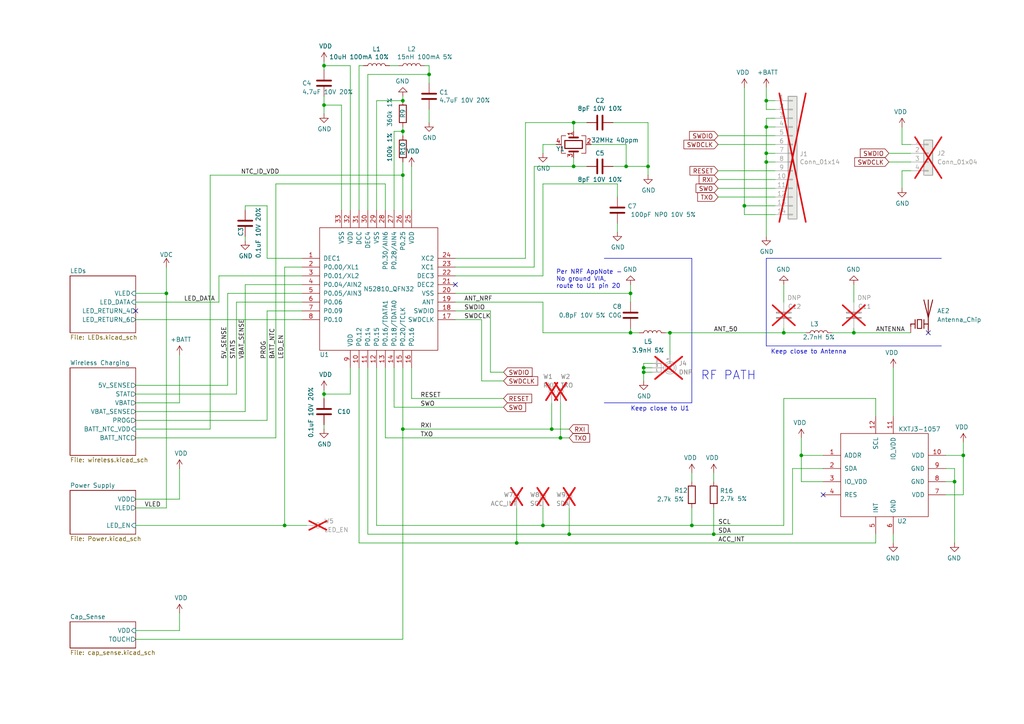
<source format=kicad_sch>
(kicad_sch (version 20231120) (generator "eeschema") (generator_version "8.0")
  (paper "A4")
  (title_block (title "Pixels D6 Schematic, Main") (date "2022-08-26") (rev "3") (company "Systemic Games, LLC") (comment 1 "Main MCU, Accelerometer and RF"))
  (lib_symbols
    (symbol "Connector_Generic:Conn_01x04" (pin_names (offset 1.016) hide)
      (property "Reference" "J" (at 0 5.08 0))
      (property "Value" "Conn_01x04" (at 0 -7.62 0))
      (symbol "Conn_01x04_1_1"
        (rectangle (start -1.27 -4.953) (end 0 -5.207) (stroke (width 0.1524)))
        (rectangle (start -1.27 -2.413) (end 0 -2.667) (stroke (width 0.1524)))
        (rectangle (start -1.27 0.127) (end 0 -0.127) (stroke (width 0.1524)))
        (rectangle (start -1.27 2.667) (end 0 2.413) (stroke (width 0.1524)))
        (rectangle (start -1.27 3.81) (end 1.27 -6.35) (stroke (width 0.254)) (fill (type background)))
        (pin passive line (at -5.08 2.54 0) (length 3.81) (name "Pin_1") (number "1"))
        (pin passive line (at -5.08 0 0) (length 3.81) (name "Pin_2") (number "2"))
        (pin passive line (at -5.08 -2.54 0) (length 3.81) (name "Pin_3") (number "3"))
        (pin passive line (at -5.08 -5.08 0) (length 3.81) (name "Pin_4") (number "4"))
      )
    )
    (symbol "Connector_Generic:Conn_01x14" (pin_names (offset 1.016) hide)
      (property "Reference" "J" (at 0 17.78 0))
      (property "Value" "Conn_01x14" (at 0 -20.32 0))
      (symbol "Conn_01x14_1_1"
        (rectangle (start -1.27 -17.653) (end 0 -17.907) (stroke (width 0.1524)))
        (rectangle (start -1.27 -15.113) (end 0 -15.367) (stroke (width 0.1524)))
        (rectangle (start -1.27 -12.573) (end 0 -12.827) (stroke (width 0.1524)))
        (rectangle (start -1.27 -10.033) (end 0 -10.287) (stroke (width 0.1524)))
        (rectangle (start -1.27 -7.493) (end 0 -7.747) (stroke (width 0.1524)))
        (rectangle (start -1.27 -4.953) (end 0 -5.207) (stroke (width 0.1524)))
        (rectangle (start -1.27 -2.413) (end 0 -2.667) (stroke (width 0.1524)))
        (rectangle (start -1.27 0.127) (end 0 -0.127) (stroke (width 0.1524)))
        (rectangle (start -1.27 2.667) (end 0 2.413) (stroke (width 0.1524)))
        (rectangle (start -1.27 5.207) (end 0 4.953) (stroke (width 0.1524)))
        (rectangle (start -1.27 7.747) (end 0 7.493) (stroke (width 0.1524)))
        (rectangle (start -1.27 10.287) (end 0 10.033) (stroke (width 0.1524)))
        (rectangle (start -1.27 12.827) (end 0 12.573) (stroke (width 0.1524)))
        (rectangle (start -1.27 15.367) (end 0 15.113) (stroke (width 0.1524)))
        (rectangle (start -1.27 16.51) (end 1.27 -19.05) (stroke (width 0.254)) (fill (type background)))
        (pin passive line (at -5.08 15.24 0) (length 3.81) (name "Pin_1") (number "1"))
        (pin passive line (at -5.08 -7.62 0) (length 3.81) (name "Pin_10") (number "10"))
        (pin passive line (at -5.08 -10.16 0) (length 3.81) (name "Pin_11") (number "11"))
        (pin passive line (at -5.08 -12.7 0) (length 3.81) (name "Pin_12") (number "12"))
        (pin passive line (at -5.08 -15.24 0) (length 3.81) (name "Pin_13") (number "13"))
        (pin passive line (at -5.08 -17.78 0) (length 3.81) (name "Pin_14") (number "14"))
        (pin passive line (at -5.08 12.7 0) (length 3.81) (name "Pin_2") (number "2"))
        (pin passive line (at -5.08 10.16 0) (length 3.81) (name "Pin_3") (number "3"))
        (pin passive line (at -5.08 7.62 0) (length 3.81) (name "Pin_4") (number "4"))
        (pin passive line (at -5.08 5.08 0) (length 3.81) (name "Pin_5") (number "5"))
        (pin passive line (at -5.08 2.54 0) (length 3.81) (name "Pin_6") (number "6"))
        (pin passive line (at -5.08 0 0) (length 3.81) (name "Pin_7") (number "7"))
        (pin passive line (at -5.08 -2.54 0) (length 3.81) (name "Pin_8") (number "8"))
        (pin passive line (at -5.08 -5.08 0) (length 3.81) (name "Pin_9") (number "9"))
      )
    )
    (symbol "Device:Antenna_Chip" (pin_numbers hide) (pin_names (offset 1.016) hide)
      (property "Reference" "AE" (at 0 5.08 0))
      (property "Value" "Antenna_Chip" (at 0 3.175 0))
      (symbol "Antenna_Chip_0_1"
        (polyline (pts (xy -2.54 0) (xy -2.54 -0.635)) (stroke (width 0.254)))
        (polyline (pts (xy -2.54 0) (xy -1.27 0)) (stroke (width 0.254)))
        (polyline (pts (xy 1.27 0) (xy 2.54 0)) (stroke (width 0.254)))
        (polyline (pts (xy 1.27 1.27) (xy 1.27 -1.27)) (stroke (width 0.254)))
        (polyline (pts (xy 2.54 -0.635) (xy 2.54 0)))
        (polyline (pts (xy 2.54 6.985) (xy 2.54 -1.905)) (stroke (width 0.254)))
        (polyline (pts (xy -1.27 1.27) (xy -1.27 -1.27) (xy -1.27 0)) (stroke (width 0.254)))
        (polyline (pts (xy 3.81 6.985) (xy 2.54 1.905) (xy 1.27 6.985)) (stroke (width 0.254)))
        (polyline (pts (xy -0.635 1.27) (xy 0.635 1.27) (xy 0.635 -1.27) (xy -0.635 -1.27) (xy -0.635 1.27)) (stroke (width 0.254)))
      )
      (symbol "Antenna_Chip_1_1"
        (pin input line (at -2.54 -2.54 90) (length 2.54) (name "FEED") (number "1"))
        (pin passive line (at 2.54 -2.54 90) (length 2.54) (name "PCB_Trace") (number "2"))
      )
    )
    (symbol "Device:C" (pin_numbers hide) (pin_names (offset 0.254))
      (property "Reference" "C" (at 0.635 2.54 0))
      (property "Value" "C" (at 0.635 -2.54 0))
      (symbol "C_0_1"
        (polyline (pts (xy -2.032 -0.762) (xy 2.032 -0.762)) (stroke (width 0.508)))
        (polyline (pts (xy -2.032 0.762) (xy 2.032 0.762)) (stroke (width 0.508)))
      )
      (symbol "C_1_1"
        (pin passive line (at 0 3.81 270) (length 2.794) (name "~") (number "1"))
        (pin passive line (at 0 -3.81 90) (length 2.794) (name "~") (number "2"))
      )
    )
    (symbol "Device:Crystal_GND24" (pin_names (offset 1.016) hide)
      (property "Reference" "Y" (at 3.175 5.08 0))
      (property "Value" "Crystal_GND24" (at 3.175 3.175 0))
      (symbol "Crystal_GND24_0_1"
        (rectangle (start -1.143 2.54) (end 1.143 -2.54) (stroke (width 0.3048)))
        (polyline (pts (xy -2.54 0) (xy -2.032 0)))
        (polyline (pts (xy -2.032 -1.27) (xy -2.032 1.27)) (stroke (width 0.508)))
        (polyline (pts (xy 0 -3.81) (xy 0 -3.556)))
        (polyline (pts (xy 0 3.556) (xy 0 3.81)))
        (polyline (pts (xy 2.032 -1.27) (xy 2.032 1.27)) (stroke (width 0.508)))
        (polyline (pts (xy 2.032 0) (xy 2.54 0)))
        (polyline (pts (xy -2.54 -2.286) (xy -2.54 -3.556) (xy 2.54 -3.556) (xy 2.54 -2.286)))
        (polyline (pts (xy -2.54 2.286) (xy -2.54 3.556) (xy 2.54 3.556) (xy 2.54 2.286)))
      )
      (symbol "Crystal_GND24_1_1"
        (pin passive line (at -3.81 0 0) (length 1.27) (name "1") (number "1"))
        (pin passive line (at 0 5.08 270) (length 1.27) (name "2") (number "2"))
        (pin passive line (at 3.81 0 180) (length 1.27) (name "3") (number "3"))
        (pin passive line (at 0 -5.08 90) (length 1.27) (name "4") (number "4"))
      )
    )
    (symbol "Device:L" (pin_numbers hide) (pin_names (offset 1.016) hide)
      (property "Reference" "L" (at -1.27 0 90))
      (property "Value" "L" (at 1.905 0 90))
      (symbol "L_0_1"
        (arc (start 0 -2.54) (mid 0.6323 -1.905) (end 0 -1.27))
        (arc (start 0 -1.27) (mid 0.6323 -0.635) (end 0 0))
        (arc (start 0 0) (mid 0.6323 0.635) (end 0 1.27))
        (arc (start 0 1.27) (mid 0.6323 1.905) (end 0 2.54))
      )
      (symbol "L_1_1"
        (pin passive line (at 0 3.81 270) (length 1.27) (name "1") (number "1"))
        (pin passive line (at 0 -3.81 90) (length 1.27) (name "2") (number "2"))
      )
    )
    (symbol "Device:R" (pin_numbers hide) (pin_names (offset 0))
      (property "Reference" "R" (at 2.032 0 90))
      (property "Value" "R" (at 0 0 90))
      (symbol "R_0_1"
        (rectangle (start -1.016 -2.54) (end 1.016 2.54) (stroke (width 0.254)))
      )
      (symbol "R_1_1"
        (pin passive line (at 0 3.81 270) (length 1.27) (name "~") (number "1"))
        (pin passive line (at 0 -3.81 90) (length 1.27) (name "~") (number "2"))
      )
    )
    (symbol "Pixels-dice:KXTJ3-1057" (pin_names (offset 1.016))
      (property "Reference" "U" (at 10.16 -12.7 0))
      (property "Value" "KXTJ3-1057" (at 8.89 13.97 0))
      (symbol "KXTJ3-1057_0_1"
        (rectangle (start -12.7 12.7) (end 12.7 -11.43))
      )
      (symbol "KXTJ3-1057_1_1"
        (pin input line (at -17.78 6.35 0) (length 5.08) (name "ADDR") (number "1"))
        (pin power_in line (at 17.78 6.35 180) (length 5.08) (name "VDD") (number "10"))
        (pin power_in line (at 2.54 17.78 270) (length 5.08) (name "IO_VDD") (number "11"))
        (pin input line (at -2.54 17.78 270) (length 5.08) (name "SCL") (number "12"))
        (pin bidirectional line (at -17.78 2.54 0) (length 5.08) (name "SDA") (number "2"))
        (pin power_in line (at -17.78 -1.27 0) (length 5.08) (name "IO_VDD") (number "3"))
        (pin passive line (at -17.78 -5.08 0) (length 5.08) (name "RES") (number "4"))
        (pin output line (at -2.54 -16.51 90) (length 5.08) (name "INT") (number "5"))
        (pin power_in line (at 2.54 -16.51 90) (length 5.08) (name "GND") (number "6"))
        (pin power_in line (at 17.78 -5.08 180) (length 5.08) (name "VDD") (number "7"))
        (pin power_in line (at 17.78 -1.27 180) (length 5.08) (name "GND") (number "8"))
        (pin power_in line (at 17.78 2.54 180) (length 5.08) (name "GND") (number "9"))
      )
    )
    (symbol "Pixels-dice:N52810_QFN32" (pin_names (offset 1.016))
      (property "Reference" "U" (at 13.97 -19.05 0))
      (property "Value" "N52810_QFN32" (at 2.54 0 0))
      (symbol "N52810_QFN32_0_1"
        (rectangle (start -17.78 17.78) (end 16.51 -17.78))
      )
      (symbol "N52810_QFN32_1_1"
        (pin power_out line (at -22.86 8.89 0) (length 5.08) (name "DEC1") (number "1"))
        (pin bidirectional line (at -6.35 -22.86 90) (length 5.08) (name "P0.12") (number "10"))
        (pin bidirectional line (at -3.81 -22.86 90) (length 5.08) (name "P0.14") (number "11"))
        (pin bidirectional line (at -1.27 -22.86 90) (length 5.08) (name "P0.15") (number "12"))
        (pin bidirectional line (at 1.27 -22.86 90) (length 5.08) (name "P0.16/TDATA1") (number "13"))
        (pin bidirectional line (at 3.81 -22.86 90) (length 5.08) (name "P0.18/TDATA0") (number "14"))
        (pin bidirectional line (at 6.35 -22.86 90) (length 5.08) (name "P0.20/TCLK") (number "15"))
        (pin bidirectional line (at 8.89 -22.86 90) (length 5.08) (name "P0.16") (number "16"))
        (pin bidirectional line (at 21.59 -8.89 180) (length 5.08) (name "SWDCLK") (number "17"))
        (pin bidirectional line (at 21.59 -6.35 180) (length 5.08) (name "SWDIO") (number "18"))
        (pin output line (at 21.59 -3.81 180) (length 5.08) (name "ANT") (number "19"))
        (pin bidirectional line (at -22.86 6.35 0) (length 5.08) (name "P0.00/XL1") (number "2"))
        (pin output line (at 21.59 -1.27 180) (length 5.08) (name "VSS") (number "20"))
        (pin output line (at 21.59 1.27 180) (length 5.08) (name "DEC2") (number "21"))
        (pin output line (at 21.59 3.81 180) (length 5.08) (name "DEC3") (number "22"))
        (pin output line (at 21.59 6.35 180) (length 5.08) (name "XC1") (number "23"))
        (pin input line (at 21.59 8.89 180) (length 5.08) (name "XC2") (number "24"))
        (pin power_in line (at 8.89 22.86 270) (length 5.08) (name "VDD") (number "25"))
        (pin bidirectional line (at 6.35 22.86 270) (length 5.08) (name "P0.25") (number "26"))
        (pin bidirectional line (at 3.81 22.86 270) (length 5.08) (name "P0.28/AIN4") (number "27"))
        (pin bidirectional line (at 1.27 22.86 270) (length 5.08) (name "P0.30/AIN6") (number "28"))
        (pin power_in line (at -1.27 22.86 270) (length 5.08) (name "VSS") (number "29"))
        (pin bidirectional line (at -22.86 3.81 0) (length 5.08) (name "P0.01/XL2") (number "3"))
        (pin output line (at -3.81 22.86 270) (length 5.08) (name "DEC4") (number "30"))
        (pin output line (at -6.35 22.86 270) (length 5.08) (name "DCC") (number "31"))
        (pin power_in line (at -8.89 22.86 270) (length 5.08) (name "VDD") (number "32"))
        (pin power_in line (at -11.43 22.86 270) (length 5.08) (name "VSS") (number "33"))
        (pin bidirectional line (at -22.86 1.27 0) (length 5.08) (name "P0.04/AIN2") (number "4"))
        (pin bidirectional line (at -22.86 -1.27 0) (length 5.08) (name "P0.05/AIN3") (number "5"))
        (pin bidirectional line (at -22.86 -3.81 0) (length 5.08) (name "P0.06") (number "6"))
        (pin bidirectional line (at -22.86 -6.35 0) (length 5.08) (name "P0.09") (number "7"))
        (pin bidirectional line (at -22.86 -8.89 0) (length 5.08) (name "P0.10") (number "8"))
        (pin power_in line (at -8.89 -22.86 90) (length 5.08) (name "VDD") (number "9"))
      )
    )
    (symbol "Pixels-dice:TEST_1P-conn" (pin_numbers hide) (pin_names (offset 0.762) hide) (in_bom no)
      (property "Reference" "W" (at 0 6.858 0))
      (property "Value" "TEST_1P-conn" (at 0 5.08 0))
      (symbol "TEST_1P-conn_0_1"
        (circle (center 0 3.302) (radius 0.762))
      )
      (symbol "TEST_1P-conn_1_1"
        (pin passive line (at 0 0 90) (length 2.54) (name "1") (number "1"))
      )
    )
    (symbol "Pixels-dice:W.FL"
      (property "Reference" "J" (at 3.81 -1.27 0))
      (property "Value" "W.FL" (at 4.445 1.27 0))
      (symbol "W.FL_0_1"
        (polyline (pts (xy -1.27 -2.54) (xy 1.27 -2.54)))
        (polyline (pts (xy 0 -2.54) (xy 0 -1.905)))
        (circle (center 0 0) (radius 1.27))
        (circle (center 0 0) (radius 1.7961))
      )
      (symbol "W.FL_1_1"
        (pin passive line (at 1.27 -5.08 90) (length 2.54) (name "") (number "1"))
        (pin passive line (at -1.27 -5.08 90) (length 2.54) (name "") (number "2"))
        (pin passive line (at 0 -5.08 90) (length 2.54) (name "") (number "3"))
        (pin passive line (at -3.81 0 0) (length 2.54) (name "RF") (number "4"))
      )
    )
    (symbol "TEST_1P-conn_1" (pin_numbers hide) (pin_names (offset 0.762) hide) (in_bom no)
      (property "Reference" "W" (at 0 6.858 0))
      (property "Value" "TEST_1P-conn_1" (at 0 5.08 0))
      (symbol "TEST_1P-conn_1_0_1"
        (circle (center 0 3.302) (radius 0.762))
      )
      (symbol "TEST_1P-conn_1_1_1"
        (pin passive line (at 0 0 90) (length 2.54) (name "1") (number "1"))
      )
    )
    (symbol "TEST_1P-conn_2" (pin_numbers hide) (pin_names (offset 0.762) hide) (in_bom no)
      (property "Reference" "W" (at 0 6.858 0))
      (property "Value" "TEST_1P-conn_2" (at 0 5.08 0))
      (symbol "TEST_1P-conn_2_0_1"
        (circle (center 0 3.302) (radius 0.762))
      )
      (symbol "TEST_1P-conn_2_1_1"
        (pin passive line (at 0 0 90) (length 2.54) (name "1") (number "1"))
      )
    )
    (symbol "TEST_1P-conn_3" (pin_numbers hide) (pin_names (offset 0.762) hide) (in_bom no)
      (property "Reference" "W" (at 0 6.858 0))
      (property "Value" "TEST_1P-conn_3" (at 0 5.08 0))
      (symbol "TEST_1P-conn_3_0_1"
        (circle (center 0 3.302) (radius 0.762))
      )
      (symbol "TEST_1P-conn_3_1_1"
        (pin passive line (at 0 0 90) (length 2.54) (name "1") (number "1"))
      )
    )
    (symbol "TEST_1P-conn_4" (pin_numbers hide) (pin_names (offset 0.762) hide) (in_bom no)
      (property "Reference" "W" (at 0 6.858 0))
      (property "Value" "TEST_1P-conn_4" (at 0 5.08 0))
      (symbol "TEST_1P-conn_4_0_1"
        (circle (center 0 3.302) (radius 0.762))
      )
      (symbol "TEST_1P-conn_4_1_1"
        (pin passive line (at 0 0 90) (length 2.54) (name "1") (number "1"))
      )
    )
    (symbol "TEST_1P-conn_5" (pin_numbers hide) (pin_names (offset 0.762) hide) (in_bom no)
      (property "Reference" "W" (at 0 6.858 0))
      (property "Value" "TEST_1P-conn_5" (at 0 5.08 0))
      (symbol "TEST_1P-conn_5_0_1"
        (circle (center 0 3.302) (radius 0.762))
      )
      (symbol "TEST_1P-conn_5_1_1"
        (pin passive line (at 0 0 90) (length 2.54) (name "1") (number "1"))
      )
    )
    (symbol "power:+BATT" (power) (pin_names (offset 0))
      (property "Value" "+BATT" (at 0 3.556 0))
      (symbol "+BATT_0_1"
        (polyline (pts (xy -0.762 1.27) (xy 0 2.54)))
        (polyline (pts (xy 0 0) (xy 0 2.54)))
        (polyline (pts (xy 0 2.54) (xy 0.762 1.27)))
      )
      (symbol "+BATT_1_1"
        (pin power_in line (at 0 0 90) (length 0) hide (name "+BATT") (number "1"))
      )
    )
    (symbol "power:GND" (power) (pin_names (offset 0))
      (property "Value" "GND" (at 0 -3.81 0))
      (symbol "GND_0_1"
        (polyline (pts (xy 0 0) (xy 0 -1.27) (xy 1.27 -1.27) (xy 0 -2.54) (xy -1.27 -1.27) (xy 0 -1.27)))
      )
      (symbol "GND_1_1"
        (pin power_in line (at 0 0 270) (length 0) hide (name "GND") (number "1"))
      )
    )
    (symbol "power:VDC" (power) (pin_names (offset 0))
      (property "Value" "VDC" (at 0 6.35 0))
      (symbol "VDC_0_1"
        (polyline (pts (xy -0.762 1.27) (xy 0 2.54)))
        (polyline (pts (xy 0 0) (xy 0 2.54)))
        (polyline (pts (xy 0 2.54) (xy 0.762 1.27)))
      )
      (symbol "VDC_1_1"
        (pin power_in line (at 0 0 90) (length 0) hide (name "VDC") (number "1"))
      )
    )
    (symbol "power:VDD" (power) (pin_names (offset 0))
      (property "Value" "VDD" (at 0 3.81 0))
      (symbol "VDD_0_1"
        (polyline (pts (xy -0.762 1.27) (xy 0 2.54)))
        (polyline (pts (xy 0 0) (xy 0 2.54)))
        (polyline (pts (xy 0 2.54) (xy 0.762 1.27)))
      )
      (symbol "VDD_1_1"
        (pin power_in line (at 0 0 90) (length 0) hide (name "VDD") (number "1"))
      )
    )
  )
  (junction (at 279.4 132.08))
  (junction (at 227.33 96.52))
  (junction (at 181.61 48.26))
  (junction (at 276.86 139.7))
  (junction (at 93.98 30.48))
  (junction (at 116.84 50.8))
  (junction (at 93.98 19.05))
  (junction (at 194.31 96.52))
  (junction (at 116.84 38.1))
  (junction (at 186.69 106.68))
  (junction (at 166.37 48.26))
  (junction (at 149.86 157.48))
  (junction (at 116.84 124.46))
  (junction (at 165.1 154.94))
  (junction (at 207.01 154.94))
  (junction (at 222.25 36.83))
  (junction (at 93.98 114.3))
  (junction (at 182.88 85.09))
  (junction (at 82.55 152.4))
  (junction (at 222.25 44.45))
  (junction (at 116.84 29.21))
  (junction (at 222.25 29.21))
  (junction (at 187.96 48.26))
  (junction (at 222.25 46.99))
  (junction (at 48.26 85.09))
  (junction (at 162.56 127))
  (junction (at 124.46 21.59))
  (junction (at 232.41 132.08))
  (junction (at 215.9 59.69))
  (junction (at 157.48 152.4))
  (junction (at 182.88 96.52))
  (junction (at 186.69 107.95))
  (junction (at 160.02 124.46))
  (junction (at 200.66 152.4))
  (junction (at 166.37 35.56))
  (junction (at 247.65 96.52))
  (no_connect (at 132.08 82.55))
  (no_connect (at 238.76 143.51))
  (no_connect (at 269.24 96.52))
  (no_connect (at 39.37 90.17))
  (wire (pts (xy 99.06 30.48) (xy 93.98 30.48)))
  (wire (pts (xy 99.06 60.96) (xy 99.06 30.48)))
  (wire (pts (xy 222.25 34.29) (xy 222.25 36.83)))
  (wire (pts (xy 207.01 137.16) (xy 207.01 139.7)))
  (wire (pts (xy 193.04 96.52) (xy 194.31 96.52)))
  (wire (pts (xy 60.96 50.8) (xy 60.96 124.46)))
  (wire (pts (xy 149.86 147.32) (xy 149.86 157.48)))
  (wire (pts (xy 39.37 182.88) (xy 52.07 182.88)))
  (wire (pts (xy 109.22 29.21) (xy 109.22 60.96)))
  (wire (pts (xy 181.61 41.91) (xy 181.61 48.26)))
  (wire (pts (xy 52.07 182.88) (xy 52.07 177.8)))
  (wire (pts (xy 154.94 77.47) (xy 154.94 48.26)))
  (wire (pts (xy 93.98 19.05) (xy 93.98 20.32)))
  (wire (pts (xy 232.41 139.7) (xy 232.41 132.08)))
  (wire (pts (xy 279.4 143.51) (xy 274.32 143.51)))
  (wire (pts (xy 101.6 19.05) (xy 93.98 19.05)))
  (wire (pts (xy 177.8 48.26) (xy 181.61 48.26)))
  (wire (pts (xy 157.48 80.01) (xy 132.08 80.01)))
  (wire (pts (xy 139.7 110.49) (xy 146.05 110.49)))
  (wire (pts (xy 132.08 74.93) (xy 152.4 74.93)))
  (wire (pts (xy 238.76 135.89) (xy 229.87 135.89)))
  (wire (pts (xy 106.68 154.94) (xy 106.68 106.68)))
  (wire (pts (xy 261.62 49.53) (xy 264.16 49.53)))
  (wire (pts (xy 207.01 147.32) (xy 207.01 154.94)))
  (wire (pts (xy 241.3 96.52) (xy 247.65 96.52)))
  (wire (pts (xy 257.81 46.99) (xy 264.16 46.99)))
  (wire (pts (xy 189.23 106.68) (xy 186.69 106.68)))
  (wire (pts (xy 187.96 35.56) (xy 187.96 48.26)))
  (wire (pts (xy 224.79 46.99) (xy 222.25 46.99)))
  (wire (pts (xy 160.02 124.46) (xy 165.1 124.46)))
  (wire (pts (xy 166.37 35.56) (xy 170.18 35.56)))
  (wire (pts (xy 259.08 154.94) (xy 259.08 157.48)))
  (wire (pts (xy 39.37 114.3) (xy 68.58 114.3)))
  (wire (pts (xy 208.28 41.91) (xy 224.79 41.91)))
  (wire (pts (xy 39.37 147.32) (xy 48.26 147.32)))
  (wire (pts (xy 215.9 59.69) (xy 215.9 62.23)))
  (wire (pts (xy 116.84 124.46) (xy 116.84 106.68)))
  (wire (pts (xy 68.58 87.63) (xy 68.58 114.3)))
  (wire (pts (xy 162.56 127) (xy 165.1 127)))
  (wire (pts (xy 80.01 53.34) (xy 111.76 53.34)))
  (wire (pts (xy 111.76 53.34) (xy 111.76 60.96)))
  (wire (pts (xy 124.46 31.75) (xy 124.46 35.56)))
  (wire (pts (xy 39.37 111.76) (xy 66.04 111.76)))
  (wire (pts (xy 93.98 114.3) (xy 93.98 115.57)))
  (wire (pts (xy 149.86 157.48) (xy 254 157.48)))
  (wire (pts (xy 224.79 59.69) (xy 215.9 59.69)))
  (wire (pts (xy 274.32 139.7) (xy 276.86 139.7)))
  (wire (pts (xy 152.4 74.93) (xy 152.4 35.56)))
  (wire (pts (xy 132.08 90.17) (xy 142.24 90.17)))
  (wire (pts (xy 186.69 107.95) (xy 186.69 110.49)))
  (wire (pts (xy 114.3 106.68) (xy 114.3 118.11)))
  (wire (pts (xy 109.22 106.68) (xy 109.22 152.4)))
  (wire (pts (xy 101.6 60.96) (xy 101.6 19.05)))
  (wire (pts (xy 39.37 87.63) (xy 63.5 87.63)))
  (wire (pts (xy 254 120.65) (xy 254 115.57)))
  (wire (pts (xy 222.25 31.75) (xy 224.79 31.75)))
  (wire (pts (xy 93.98 114.3) (xy 93.98 113.03)))
  (wire (pts (xy 182.88 96.52) (xy 185.42 96.52)))
  (wire (pts (xy 142.24 107.95) (xy 146.05 107.95)))
  (wire (pts (xy 222.25 29.21) (xy 222.25 31.75)))
  (wire (pts (xy 161.29 41.91) (xy 157.48 41.91)))
  (wire (pts (xy 182.88 85.09) (xy 182.88 87.63)))
  (wire (pts (xy 160.02 116.84) (xy 160.02 124.46)))
  (wire (pts (xy 39.37 127) (xy 80.01 127)))
  (wire (pts (xy 222.25 44.45) (xy 222.25 46.99)))
  (wire (pts (xy 52.07 144.78) (xy 52.07 135.89)))
  (wire (pts (xy 66.04 85.09) (xy 87.63 85.09)))
  (wire (pts (xy 104.14 19.05) (xy 104.14 60.96)))
  (wire (pts (xy 114.3 38.1) (xy 114.3 60.96)))
  (wire (pts (xy 123.19 19.05) (xy 124.46 19.05)))
  (wire (pts (xy 124.46 21.59) (xy 106.68 21.59)))
  (wire (pts (xy 165.1 154.94) (xy 207.01 154.94)))
  (wire (pts (xy 208.28 49.53) (xy 224.79 49.53)))
  (wire (pts (xy 232.41 132.08) (xy 238.76 132.08)))
  (wire (pts (xy 194.31 96.52) (xy 194.31 102.87)))
  (wire (pts (xy 186.69 106.68) (xy 186.69 107.95)))
  (wire (pts (xy 177.8 35.56) (xy 187.96 35.56)))
  (wire (pts (xy 227.33 95.25) (xy 227.33 96.52)))
  (wire (pts (xy 222.25 36.83) (xy 222.25 44.45)))
  (polyline (pts (xy 222.25 74.93) (xy 222.25 100.33)))
  (wire (pts (xy 39.37 85.09) (xy 48.26 85.09)))
  (wire (pts (xy 274.32 135.89) (xy 276.86 135.89)))
  (wire (pts (xy 279.4 132.08) (xy 279.4 143.51)))
  (wire (pts (xy 114.3 38.1) (xy 116.84 38.1)))
  (wire (pts (xy 261.62 41.91) (xy 264.16 41.91)))
  (wire (pts (xy 132.08 85.09) (xy 182.88 85.09)))
  (polyline (pts (xy 200.66 74.93) (xy 200.66 116.84)))
  (wire (pts (xy 257.81 44.45) (xy 264.16 44.45)))
  (wire (pts (xy 182.88 95.25) (xy 182.88 96.52)))
  (wire (pts (xy 154.94 48.26) (xy 166.37 48.26)))
  (wire (pts (xy 66.04 85.09) (xy 66.04 111.76)))
  (wire (pts (xy 261.62 36.83) (xy 261.62 41.91)))
  (wire (pts (xy 232.41 132.08) (xy 232.41 127)))
  (wire (pts (xy 101.6 114.3) (xy 93.98 114.3)))
  (wire (pts (xy 157.48 87.63) (xy 157.48 96.52)))
  (wire (pts (xy 189.23 107.95) (xy 186.69 107.95)))
  (wire (pts (xy 116.84 50.8) (xy 116.84 60.96)))
  (wire (pts (xy 111.76 127) (xy 162.56 127)))
  (wire (pts (xy 116.84 185.42) (xy 39.37 185.42)))
  (wire (pts (xy 227.33 115.57) (xy 227.33 152.4)))
  (wire (pts (xy 276.86 139.7) (xy 276.86 157.48)))
  (wire (pts (xy 82.55 77.47) (xy 82.55 152.4)))
  (wire (pts (xy 189.23 105.41) (xy 186.69 105.41)))
  (wire (pts (xy 200.66 137.16) (xy 200.66 139.7)))
  (wire (pts (xy 88.9 152.4) (xy 82.55 152.4)))
  (wire (pts (xy 222.25 34.29) (xy 224.79 34.29)))
  (wire (pts (xy 166.37 48.26) (xy 170.18 48.26)))
  (wire (pts (xy 132.08 87.63) (xy 157.48 87.63)))
  (wire (pts (xy 215.9 62.23) (xy 224.79 62.23)))
  (wire (pts (xy 222.25 46.99) (xy 222.25 68.58)))
  (wire (pts (xy 116.84 124.46) (xy 160.02 124.46)))
  (wire (pts (xy 179.07 53.34) (xy 179.07 57.15)))
  (wire (pts (xy 116.84 27.94) (xy 116.84 29.21)))
  (wire (pts (xy 119.38 106.68) (xy 119.38 115.57)))
  (wire (pts (xy 227.33 96.52) (xy 233.68 96.52)))
  (wire (pts (xy 261.62 49.53) (xy 261.62 54.61)))
  (wire (pts (xy 208.28 57.15) (xy 224.79 57.15)))
  (wire (pts (xy 157.48 152.4) (xy 200.66 152.4)))
  (wire (pts (xy 152.4 35.56) (xy 166.37 35.56)))
  (wire (pts (xy 63.5 80.01) (xy 87.63 80.01)))
  (wire (pts (xy 182.88 82.55) (xy 182.88 85.09)))
  (wire (pts (xy 39.37 144.78) (xy 52.07 144.78)))
  (wire (pts (xy 39.37 119.38) (xy 71.12 119.38)))
  (wire (pts (xy 124.46 19.05) (xy 124.46 21.59)))
  (wire (pts (xy 48.26 85.09) (xy 48.26 147.32)))
  (wire (pts (xy 82.55 77.47) (xy 87.63 77.47)))
  (wire (pts (xy 200.66 152.4) (xy 227.33 152.4)))
  (wire (pts (xy 106.68 154.94) (xy 165.1 154.94)))
  (wire (pts (xy 119.38 48.26) (xy 119.38 60.96)))
  (wire (pts (xy 82.55 152.4) (xy 39.37 152.4)))
  (wire (pts (xy 208.28 54.61) (xy 224.79 54.61)))
  (wire (pts (xy 116.84 46.99) (xy 116.84 50.8)))
  (wire (pts (xy 104.14 19.05) (xy 105.41 19.05)))
  (wire (pts (xy 77.47 90.17) (xy 87.63 90.17)))
  (wire (pts (xy 247.65 95.25) (xy 247.65 96.52)))
  (wire (pts (xy 39.37 92.71) (xy 87.63 92.71)))
  (wire (pts (xy 104.14 157.48) (xy 149.86 157.48)))
  (wire (pts (xy 139.7 92.71) (xy 139.7 110.49)))
  (wire (pts (xy 77.47 74.93) (xy 87.63 74.93)))
  (wire (pts (xy 171.45 41.91) (xy 181.61 41.91)))
  (wire (pts (xy 93.98 19.05) (xy 93.98 17.78)))
  (wire (pts (xy 39.37 124.46) (xy 60.96 124.46)))
  (polyline (pts (xy 222.25 74.93) (xy 273.05 74.93)))
  (wire (pts (xy 93.98 30.48) (xy 93.98 33.02)))
  (wire (pts (xy 39.37 121.92) (xy 77.47 121.92)))
  (polyline (pts (xy 175.26 116.84) (xy 200.66 116.84)))
  (wire (pts (xy 157.48 96.52) (xy 182.88 96.52)))
  (wire (pts (xy 48.26 85.09) (xy 48.26 77.47)))
  (wire (pts (xy 227.33 82.55) (xy 227.33 87.63)))
  (wire (pts (xy 132.08 92.71) (xy 139.7 92.71)))
  (wire (pts (xy 194.31 96.52) (xy 227.33 96.52)))
  (wire (pts (xy 165.1 147.32) (xy 165.1 154.94)))
  (wire (pts (xy 229.87 135.89) (xy 229.87 154.94)))
  (wire (pts (xy 224.79 44.45) (xy 222.25 44.45)))
  (wire (pts (xy 71.12 68.58) (xy 71.12 69.85)))
  (wire (pts (xy 146.05 115.57) (xy 119.38 115.57)))
  (wire (pts (xy 116.84 38.1) (xy 116.84 39.37)))
  (wire (pts (xy 222.25 25.4) (xy 222.25 29.21)))
  (wire (pts (xy 162.56 116.84) (xy 162.56 127)))
  (wire (pts (xy 157.48 147.32) (xy 157.48 152.4)))
  (wire (pts (xy 77.47 59.69) (xy 71.12 59.69)))
  (wire (pts (xy 247.65 96.52) (xy 264.16 96.52)))
  (wire (pts (xy 142.24 90.17) (xy 142.24 107.95)))
  (wire (pts (xy 109.22 29.21) (xy 116.84 29.21)))
  (wire (pts (xy 186.69 105.41) (xy 186.69 106.68)))
  (wire (pts (xy 279.4 128.27) (xy 279.4 132.08)))
  (wire (pts (xy 93.98 27.94) (xy 93.98 30.48)))
  (wire (pts (xy 157.48 53.34) (xy 157.48 80.01)))
  (wire (pts (xy 254 154.94) (xy 254 157.48)))
  (wire (pts (xy 106.68 21.59) (xy 106.68 60.96)))
  (wire (pts (xy 181.61 48.26) (xy 187.96 48.26)))
  (wire (pts (xy 116.84 124.46) (xy 116.84 185.42)))
  (wire (pts (xy 77.47 74.93) (xy 77.47 59.69)))
  (wire (pts (xy 207.01 154.94) (xy 229.87 154.94)))
  (wire (pts (xy 116.84 36.83) (xy 116.84 38.1)))
  (wire (pts (xy 63.5 87.63) (xy 63.5 80.01)))
  (wire (pts (xy 80.01 53.34) (xy 80.01 127)))
  (wire (pts (xy 39.37 116.84) (xy 52.07 116.84)))
  (wire (pts (xy 247.65 82.55) (xy 247.65 87.63)))
  (wire (pts (xy 104.14 106.68) (xy 104.14 157.48)))
  (wire (pts (xy 179.07 64.77) (xy 179.07 67.31)))
  (wire (pts (xy 157.48 41.91) (xy 157.48 44.45)))
  (wire (pts (xy 68.58 87.63) (xy 87.63 87.63)))
  (wire (pts (xy 113.03 19.05) (xy 115.57 19.05)))
  (wire (pts (xy 187.96 48.26) (xy 187.96 50.8)))
  (wire (pts (xy 166.37 45.72) (xy 166.37 48.26)))
  (wire (pts (xy 208.28 39.37) (xy 224.79 39.37)))
  (wire (pts (xy 166.37 38.1) (xy 166.37 35.56)))
  (wire (pts (xy 279.4 132.08) (xy 274.32 132.08)))
  (wire (pts (xy 254 115.57) (xy 227.33 115.57)))
  (wire (pts (xy 179.07 53.34) (xy 157.48 53.34)))
  (wire (pts (xy 238.76 139.7) (xy 232.41 139.7)))
  (polyline (pts (xy 222.25 100.33) (xy 273.05 100.33)))
  (wire (pts (xy 146.05 118.11) (xy 114.3 118.11)))
  (wire (pts (xy 71.12 59.69) (xy 71.12 60.96)))
  (wire (pts (xy 224.79 36.83) (xy 222.25 36.83)))
  (wire (pts (xy 77.47 121.92) (xy 77.47 90.17)))
  (wire (pts (xy 111.76 127) (xy 111.76 106.68)))
  (wire (pts (xy 71.12 82.55) (xy 87.63 82.55)))
  (wire (pts (xy 71.12 82.55) (xy 71.12 119.38)))
  (wire (pts (xy 215.9 25.4) (xy 215.9 59.69)))
  (wire (pts (xy 276.86 135.89) (xy 276.86 139.7)))
  (wire (pts (xy 259.08 106.68) (xy 259.08 120.65)))
  (wire (pts (xy 222.25 29.21) (xy 224.79 29.21)))
  (wire (pts (xy 132.08 77.47) (xy 154.94 77.47)))
  (wire (pts (xy 200.66 147.32) (xy 200.66 152.4)))
  (wire (pts (xy 101.6 106.68) (xy 101.6 114.3)))
  (wire (pts (xy 52.07 102.87) (xy 52.07 116.84)))
  (wire (pts (xy 116.84 50.8) (xy 60.96 50.8)))
  (polyline (pts (xy 175.26 74.93) (xy 200.66 74.93)))
  (wire (pts (xy 208.28 52.07) (xy 224.79 52.07)))
  (wire (pts (xy 124.46 21.59) (xy 124.46 24.13)))
  (wire (pts (xy 109.22 152.4) (xy 157.48 152.4)))
  (wire (pts (xy 93.98 123.19) (xy 93.98 124.46)))
  (text "Per NRF AppNote -\nNo ground VIA,\nroute to U1 pin 20" (at 161.29 83.82 0) (effects (font (size 1.27 1.27)) (justify left bottom)))
  (text "Keep close to U1" (at 182.88 119.38 0) (effects (font (size 1.27 1.27)) (justify left bottom)))
  (text "Keep close to Antenna" (at 223.52 102.87 0) (effects (font (size 1.27 1.27)) (justify left bottom)))
  (text "RF PATH" (at 203.2 110.49 0) (effects (font (size 2.54 2.54)) (justify left bottom)))
  (label "BATT_NTC" (at 80.01 104.14 90))
  (label "ANTENNA" (at 254 96.52 0))
  (label "TXO" (at 121.92 127 0))
  (label "PROG" (at 77.47 104.14 90))
  (label "ACC_INT" (at 208.28 157.48 0))
  (label "ANT_NRF" (at 134.62 87.63 0))
  (label "SWDCLK" (at 134.62 92.71 0))
  (label "VBAT_SENSE" (at 71.12 104.14 90))
  (label "5V_SENSE" (at 66.04 104.14 90))
  (label "SDA" (at 208.28 154.94 0))
  (label "LED_EN" (at 82.55 104.14 90))
  (label "RXI" (at 121.92 124.46 0))
  (label "SWDIO" (at 134.62 90.17 0))
  (label "SWO" (at 121.92 118.11 0))
  (label "ANT_50" (at 207.01 96.52 0))
  (label "NTC_ID_VDD" (at 69.85 50.8 0))
  (label "LED_DATA" (at 53.34 87.63 0))
  (label "RESET" (at 121.92 115.57 0))
  (label "SCL" (at 208.28 152.4 0))
  (label "VLED" (at 41.91 147.32 0))
  (label "STATS" (at 68.58 104.14 90))
  (global_label "TXO" (shape input) (at 165.1 127 0) (property "Intersheetrefs" "${INTERSHEET_REFS}" (effects (hide yes))))
  (global_label "RESET" (shape input) (at 208.28 49.53 180) (property "Intersheetrefs" "${INTERSHEET_REFS}" (effects (hide yes))))
  (global_label "SWDIO" (shape input) (at 146.05 107.95 0) (property "Intersheetrefs" "${INTERSHEET_REFS}" (effects (hide yes))))
  (global_label "RXI" (shape input) (at 208.28 52.07 180) (property "Intersheetrefs" "${INTERSHEET_REFS}" (effects (hide yes))))
  (global_label "SWDCLK" (shape input) (at 257.81 46.99 180) (property "Intersheetrefs" "${INTERSHEET_REFS}" (effects (hide yes))))
  (global_label "SWO" (shape input) (at 146.05 118.11 0) (property "Intersheetrefs" "${INTERSHEET_REFS}" (effects (hide yes))))
  (global_label "SWDCLK" (shape input) (at 146.05 110.49 0) (property "Intersheetrefs" "${INTERSHEET_REFS}" (effects (hide yes))))
  (global_label "TXO" (shape input) (at 208.28 57.15 180) (property "Intersheetrefs" "${INTERSHEET_REFS}" (effects (hide yes))))
  (global_label "RESET" (shape input) (at 146.05 115.57 0) (property "Intersheetrefs" "${INTERSHEET_REFS}" (effects (hide yes))))
  (global_label "SWDIO" (shape input) (at 257.81 44.45 180) (property "Intersheetrefs" "${INTERSHEET_REFS}" (effects (hide yes))))
  (global_label "SWO" (shape input) (at 208.28 54.61 180) (property "Intersheetrefs" "${INTERSHEET_REFS}" (effects (hide yes))))
  (global_label "RXI" (shape input) (at 165.1 124.46 0) (property "Intersheetrefs" "${INTERSHEET_REFS}" (effects (hide yes))))
  (global_label "SWDCLK" (shape input) (at 208.28 41.91 180) (property "Intersheetrefs" "${INTERSHEET_REFS}" (effects (hide yes))))
  (global_label "SWDIO" (shape input) (at 208.28 39.37 180) (property "Intersheetrefs" "${INTERSHEET_REFS}" (effects (hide yes))))
  (symbol (lib_id "power:GND") (at 93.98 124.46 0) (unit 1)
    (property "Reference" "#PWR016" (effects (hide yes)))
    (property "Value" "GND" (at 94.107 128.8542 0))
  )
  (symbol (lib_id "power:VDD") (at 93.98 113.03 0) (unit 1)
    (property "Reference" "#PWR014" (effects (hide yes)))
    (property "Value" "VDD" (at 94.4118 108.6358 0))
  )
  (symbol (lib_id "Device:C") (at 93.98 119.38 0) (unit 1)
    (property "Reference" "C10" (at 97.79 119.38 0) (effects (justify left)))
    (property "Value" "0.1uF 10V 20%" (at 90.17 127 90) (effects (justify left)))
    (property "Footprint" "Capacitor_SMD:C_0402_1005Metric" (effects (hide yes)))
    (property "Generic OK" "YES" (effects (hide yes)))
    (property "Pixels Part Number" "SMD-C005" (effects (hide yes)))
    (property "Manufacturer" "Murata" (effects (hide yes)))
    (property "Manufacturer Part Number" "GRM155R61H104KE19D" (effects (hide yes)))
  )
  (symbol (lib_id "power:GND") (at 93.98 33.02 0) (unit 1)
    (property "Reference" "#PWR08" (effects (hide yes)))
    (property "Value" "GND" (at 94.107 37.4142 0))
  )
  (symbol (lib_id "power:VDD") (at 93.98 17.78 0) (unit 1)
    (property "Reference" "#PWR01" (effects (hide yes)))
    (property "Value" "VDD" (at 94.4118 13.3858 0))
  )
  (symbol (lib_id "Device:C") (at 93.98 24.13 0) (unit 1)
    (property "Reference" "C4" (at 87.63 24.13 0) (effects (justify left)))
    (property "Value" "4.7uF 10V 20%" (at 87.63 26.67 0) (effects (justify left)))
    (property "Footprint" "Pixels-dice:C_0402_1005Metric" (effects (hide yes)))
    (property "Generic OK" "YES" (effects (hide yes)))
    (property "Pixels Part Number" "SMD-C002" (effects (hide yes)))
    (property "Manufacturer" "Murata" (effects (hide yes)))
    (property "Manufacturer Part Number" "GRM155R61A475MEAAJ" (effects (hide yes)))
  )
  (symbol (lib_id "power:GND") (at 71.12 69.85 0) (unit 1)
    (property "Reference" "#PWR05" (effects (hide yes)))
    (property "Value" "GND" (at 71.247 74.2442 0))
  )
  (symbol (lib_id "Device:C") (at 71.12 64.77 0) (unit 1)
    (property "Reference" "C3" (at 69.85 68.58 90) (effects (justify left)))
    (property "Value" "0.1uF 10V 20%" (at 74.93 74.93 90) (effects (justify left)))
    (property "Footprint" "Capacitor_SMD:C_0402_1005Metric" (effects (hide yes)))
    (property "Generic OK" "YES" (effects (hide yes)))
    (property "Pixels Part Number" "SMD-C005" (effects (hide yes)))
    (property "Manufacturer" "Murata" (effects (hide yes)))
    (property "Manufacturer Part Number" "GRM155R61H104KE19D" (effects (hide yes)))
  )
  (symbol (lib_id "Device:L") (at 109.22 19.05 90) (unit 1)
    (property "Reference" "L1" (at 109.22 14.224 90))
    (property "Value" "10uH 100mA 10%" (at 104.14 16.51 90))
    (property "Footprint" "Inductor_SMD:L_0805_2012Metric" (effects (hide yes)))
    (property "Generic OK" "YES" (effects (hide yes)))
    (property "Pixels Part Number" "SMD-L001" (effects (hide yes)))
    (property "Manufacturer" "Murata" (effects (hide yes)))
    (property "Manufacturer Part Number" "LQM21FN100M80L" (effects (hide yes)))
  )
  (symbol (lib_id "Device:L") (at 119.38 19.05 90) (unit 1)
    (property "Reference" "L2" (at 119.38 14.224 90))
    (property "Value" "15nH 100mA 5%" (at 123.19 16.51 90))
    (property "Footprint" "Inductor_SMD:L_0402_1005Metric" (effects (hide yes)))
    (property "Generic OK" "YES" (effects (hide yes)))
    (property "Pixels Part Number" "SMD-L002" (effects (hide yes)))
    (property "Manufacturer" "Murata" (effects (hide yes)))
    (property "Manufacturer Part Number" "LQG15HS15NJ02D" (effects (hide yes)))
  )
  (symbol (lib_id "Device:C") (at 124.46 27.94 0) (unit 1)
    (property "Reference" "C1" (at 127.381 26.7716 0) (effects (justify left)))
    (property "Value" "4.7uF 10V 20%" (at 127.381 29.083 0) (effects (justify left)))
    (property "Footprint" "Pixels-dice:C_0402_1005Metric" (effects (hide yes)))
    (property "Generic OK" "YES" (effects (hide yes)))
    (property "Pixels Part Number" "SMD-C002" (effects (hide yes)))
    (property "Manufacturer" "Murata" (effects (hide yes)))
    (property "Manufacturer Part Number" "GRM155R61A475MEAAJ" (effects (hide yes)))
  )
  (symbol (lib_id "power:GND") (at 124.46 35.56 0) (unit 1)
    (property "Reference" "#PWR03" (effects (hide yes)))
    (property "Value" "GND" (at 124.587 39.9542 0))
  )
  (symbol (lib_id "Device:Crystal_GND24") (at 166.37 41.91 270) (unit 1)
    (property "Reference" "Y1" (at 161.29 43.18 90) (effects (justify left)))
    (property "Value" "32MHz 40ppm" (at 171.45 40.64 90) (effects (justify left)))
    (property "Footprint" "Pixels-dice:Crystal_SMD_2016-4Pin_2.0x1.6mm" (effects (hide yes)))
    (property "Generic OK" "YES" (effects (hide yes)))
    (property "Manufacturer" "Murata" (effects (hide yes)))
    (property "Manufacturer Part Number" "XRCGB32M000F2P00R0" (effects (hide yes)))
    (property "Pixels Part Number" "SMD-Y001" (effects (hide yes)))
  )
  (symbol (lib_id "Device:C") (at 173.99 35.56 270) (unit 1)
    (property "Reference" "C2" (at 173.99 29.1592 90))
    (property "Value" "8pF 10V 10%" (at 173.99 31.4706 90))
    (property "Footprint" "Capacitor_SMD:C_0402_1005Metric" (effects (hide yes)))
    (property "Generic OK" "YES" (effects (hide yes)))
    (property "Pixels Part Number" "SMD-C001" (effects (hide yes)))
    (property "Manufacturer" "Murata" (effects (hide yes)))
    (property "Manufacturer Part Number" "GRT1555C2A8R0DA02" (effects (hide yes)))
  )
  (symbol (lib_id "Device:C") (at 173.99 48.26 270) (unit 1)
    (property "Reference" "C5" (at 173.99 44.45 90))
    (property "Value" "8pF 10V 10%" (at 173.99 52.07 90))
    (property "Footprint" "Capacitor_SMD:C_0402_1005Metric" (effects (hide yes)))
    (property "Generic OK" "YES" (effects (hide yes)))
    (property "Pixels Part Number" "SMD-C001" (effects (hide yes)))
    (property "Manufacturer" "Murata" (effects (hide yes)))
    (property "Manufacturer Part Number" "GRT1555C2A8R0DA02" (effects (hide yes)))
  )
  (symbol (lib_id "power:GND") (at 187.96 50.8 0) (unit 1)
    (property "Reference" "#PWR09" (effects (hide yes)))
    (property "Value" "GND" (at 188.087 55.1942 0))
  )
  (symbol (lib_id "power:GND") (at 179.07 67.31 0) (unit 1)
    (property "Reference" "#PWR011" (effects (hide yes)))
    (property "Value" "GND" (at 179.197 71.7042 0))
  )
  (symbol (lib_id "Device:C") (at 179.07 60.96 0) (unit 1)
    (property "Reference" "C7" (at 181.991 59.7916 0) (effects (justify left)))
    (property "Value" "100pF NP0 10V 5%" (at 182.88 62.23 0) (effects (justify left)))
    (property "Footprint" "Capacitor_SMD:C_0402_1005Metric" (effects (hide yes)))
    (property "Generic OK" "YES" (effects (hide yes)))
    (property "Pixels Part Number" "SMD-C003" (effects (hide yes)))
    (property "Manufacturer" "Murata" (effects (hide yes)))
    (property "Manufacturer Part Number" "GCM1555C1H101JA16J" (effects (hide yes)))
  )
  (symbol (lib_id "power:GND") (at 157.48 44.45 0) (unit 1)
    (property "Reference" "#PWR06" (effects (hide yes)))
    (property "Value" "GND" (at 157.607 48.8442 0))
  )
  (symbol (lib_id "power:VDD") (at 52.07 135.89 0) (unit 1)
    (property "Reference" "#PWR021" (effects (hide yes)))
    (property "Value" "VDD" (at 52.5018 131.4958 0))
  )
  (symbol (lib_name "TEST_1P-conn_1") (lib_id "Pixels-dice:TEST_1P-conn") (at 160.02 116.84 0) (unit 1) (in_bom no) (dnp yes)
    (property "Reference" "W1" (at 157.48 109.22 0) (effects (justify left)))
    (property "Value" "RXI" (at 157.48 111.76 0) (effects (justify left)))
    (property "Footprint" "Pixels-dice:TEST_PIN" (effects (hide yes)))
    (property "Generic OK" "N/A" (effects (hide yes)))
  )
  (symbol (lib_name "TEST_1P-conn_2") (lib_id "Pixels-dice:TEST_1P-conn") (at 162.56 116.84 0) (unit 1) (in_bom no) (dnp yes)
    (property "Reference" "W2" (at 162.56 109.22 0) (effects (justify left)))
    (property "Value" "TXO" (at 162.56 111.76 0) (effects (justify left)))
    (property "Footprint" "Pixels-dice:TEST_PIN" (effects (hide yes)))
    (property "Generic OK" "N/A" (effects (hide yes)))
  )
  (symbol (lib_id "Pixels-dice:TEST_1P-conn") (at 88.9 152.4 270) (unit 1) (in_bom no) (dnp yes)
    (property "Reference" "W5" (at 93.98 151.13 90) (effects (justify left)))
    (property "Value" "LED_EN" (at 93.98 153.67 90) (effects (justify left)))
    (property "Footprint" "Pixels-dice:TEST_PIN" (effects (hide yes)))
    (property "Generic OK" "N/A" (effects (hide yes)))
  )
  (symbol (lib_name "TEST_1P-conn_5") (lib_id "Pixels-dice:TEST_1P-conn") (at 149.86 147.32 0) (unit 1) (in_bom no) (dnp yes)
    (property "Reference" "W7" (at 146.05 143.51 0) (effects (justify left)))
    (property "Value" "ACC_INT" (at 142.24 146.05 0) (effects (justify left)))
    (property "Footprint" "Pixels-dice:TEST_PIN" (effects (hide yes)))
    (property "Generic OK" "N/A" (effects (hide yes)))
  )
  (symbol (lib_name "TEST_1P-conn_3") (lib_id "Pixels-dice:TEST_1P-conn") (at 157.48 147.32 0) (unit 1) (in_bom no) (dnp yes)
    (property "Reference" "W8" (at 153.67 143.51 0) (effects (justify left)))
    (property "Value" "SCL" (at 153.67 146.05 0) (effects (justify left)))
    (property "Footprint" "Pixels-dice:TEST_PIN" (effects (hide yes)))
    (property "Generic OK" "N/A" (effects (hide yes)))
  )
  (symbol (lib_name "TEST_1P-conn_4") (lib_id "Pixels-dice:TEST_1P-conn") (at 165.1 147.32 0) (unit 1) (in_bom no) (dnp yes)
    (property "Reference" "W9" (at 161.29 143.51 0) (effects (justify left)))
    (property "Value" "SDA" (at 161.29 146.05 0) (effects (justify left)))
    (property "Footprint" "Pixels-dice:TEST_PIN" (effects (hide yes)))
    (property "Generic OK" "N/A" (effects (hide yes)))
  )
  (symbol (lib_id "Pixels-dice:N52810_QFN32") (at 110.49 83.82 0) (unit 1)
    (property "Reference" "U1" (at 92.71 102.87 0) (effects (justify left)))
    (property "Value" "N52810_QFN32" (at 105.41 83.82 0) (effects (justify left)))
    (property "Footprint" "Package_DFN_QFN:QFN-32-1EP_5x5mm_P0.5mm_EP3.1x3.1mm" (effects (hide yes)))
    (property "Generic OK" "NO" (effects (hide yes)))
    (property "Manufacturer" "Nordic Semiconductor" (effects (hide yes)))
    (property "Manufacturer Part Number" "NRF52810-QCAA-R" (effects (hide yes)))
    (property "Pixels Part Number" "SMD-U001" (effects (hide yes)))
  )
  (symbol (lib_id "power:VDD") (at 119.38 48.26 0) (unit 1)
    (property "Reference" "#PWR04" (effects (hide yes)))
    (property "Value" "VDD" (at 119.8118 43.8658 0))
  )
  (symbol (lib_id "Connector_Generic:Conn_01x14") (at 229.87 44.45 0) (unit 1) (in_bom no) (dnp yes)
    (property "Reference" "J1" (at 231.902 44.6532 0) (effects (justify left)))
    (property "Value" "Conn_01x14" (at 231.902 46.9646 0) (effects (justify left)))
    (property "Footprint" "Pixels-dice:FPC_14" (effects (hide yes)))
    (property "Generic OK" "N/A" (effects (hide yes)))
  )
  (symbol (lib_id "power:+BATT") (at 222.25 25.4 0) (unit 1)
    (property "Reference" "#PWR07" (effects (hide yes)))
    (property "Value" "+BATT" (at 222.631 21.0058 0))
  )
  (symbol (lib_id "power:VDD") (at 215.9 25.4 0) (mirror y) (unit 1)
    (property "Reference" "#PWR02" (effects (hide yes)))
    (property "Value" "VDD" (at 215.4682 21.0058 0))
  )
  (symbol (lib_id "power:GND") (at 222.25 68.58 0) (unit 1)
    (property "Reference" "#PWR013" (effects (hide yes)))
    (property "Value" "GND" (at 222.377 72.9742 0))
  )
  (symbol (lib_id "Device:R") (at 116.84 43.18 0) (unit 1)
    (property "Reference" "R10" (at 116.84 43.18 90))
    (property "Value" "100k 1%" (at 113.03 46.99 90) (effects (justify left)))
    (property "Footprint" "Resistor_SMD:R_0402_1005Metric" (effects (hide yes)))
    (property "Generic OK" "YES" (effects (hide yes)))
    (property "Pixels Part Number" "SMD-R006" (effects (hide yes)))
    (property "Manufacturer" "UNI-ROYAL(Uniroyal Elec)" (effects (hide yes)))
    (property "Manufacturer Part Number" "0402WGF1003TCE" (effects (hide yes)))
  )
  (symbol (lib_id "Device:R") (at 116.84 33.02 0) (unit 1)
    (property "Reference" "R9" (at 116.84 34.29 90) (effects (justify left)))
    (property "Value" "360k 1%" (at 113.03 36.83 90) (effects (justify left)))
    (property "Footprint" "Resistor_SMD:R_0402_1005Metric" (effects (hide yes)))
    (property "Generic OK" "YES" (effects (hide yes)))
    (property "Manufacturer" "UNI-ROYAL(Uniroyal Elec)" (effects (hide yes)))
    (property "Manufacturer Part Number" "0402WGF3603TCE" (effects (hide yes)))
  )
  (symbol (lib_id "Device:R") (at 200.66 143.51 0) (unit 1)
    (property "Reference" "R12" (at 195.58 142.24 0) (effects (justify left)))
    (property "Value" "2.7k 5%" (at 190.5 144.78 0) (effects (justify left)))
    (property "Footprint" "Resistor_SMD:R_0402_1005Metric" (effects (hide yes)))
    (property "Generic OK" "YES" (effects (hide yes)))
    (property "Manufacturer" "UNI-ROYAL(Uniroyal Elec)" (effects (hide yes)))
    (property "Manufacturer Part Number" "0402WGJ0272TCE" (effects (hide yes)))
    (property "Pixels Part Number" "SMD-R021" (effects (hide yes)))
  )
  (symbol (lib_id "Device:R") (at 207.01 143.51 0) (unit 1)
    (property "Reference" "R16" (at 208.788 142.3416 0) (effects (justify left)))
    (property "Value" "2.7k 5%" (at 208.788 144.653 0) (effects (justify left)))
    (property "Footprint" "Resistor_SMD:R_0402_1005Metric" (effects (hide yes)))
    (property "Generic OK" "YES" (effects (hide yes)))
    (property "Manufacturer" "UNI-ROYAL(Uniroyal Elec)" (effects (hide yes)))
    (property "Manufacturer Part Number" "0402WGJ0272TCE" (effects (hide yes)))
    (property "Pixels Part Number" "SMD-R021" (effects (hide yes)))
  )
  (symbol (lib_id "power:VDD") (at 207.01 137.16 0) (mirror y) (unit 1)
    (property "Reference" "#PWR046" (effects (hide yes)))
    (property "Value" "VDD" (at 206.5782 132.7658 0))
  )
  (symbol (lib_id "power:VDD") (at 200.66 137.16 0) (mirror y) (unit 1)
    (property "Reference" "#PWR045" (effects (hide yes)))
    (property "Value" "VDD" (at 200.2282 132.7658 0))
  )
  (symbol (lib_id "Pixels-dice:KXTJ3-1057") (at 256.54 138.43 0) (unit 1)
    (property "Reference" "U2" (at 261.62 151.13 0))
    (property "Value" "KXTJ3-1057" (at 266.7 124.46 0))
    (property "Footprint" "Package_LGA:LGA-12_2x2mm_P0.5mm" (effects (hide yes)))
    (property "Manufacturer" "Kionix" (effects (hide yes)))
    (property "Manufacturer Part Number" "KXTJ3-1057" (effects (hide yes)))
    (property "Pixels Part Number" "SMD-U002-ALT1" (effects (hide yes)))
    (property "Generic OK" "NO" (effects (hide yes)))
  )
  (symbol (lib_id "power:VDD") (at 279.4 128.27 0) (mirror y) (unit 1)
    (property "Reference" "#PWR037" (effects (hide yes)))
    (property "Value" "VDD" (at 278.9682 123.8758 0))
  )
  (symbol (lib_id "power:GND") (at 259.08 157.48 0) (mirror y) (unit 1)
    (property "Reference" "#PWR047" (effects (hide yes)))
    (property "Value" "GND" (at 258.953 161.8742 0))
  )
  (symbol (lib_id "power:GND") (at 276.86 157.48 0) (mirror y) (unit 1)
    (property "Reference" "#PWR048" (effects (hide yes)))
    (property "Value" "GND" (at 276.733 161.8742 0))
  )
  (symbol (lib_id "power:VDD") (at 259.08 106.68 0) (mirror y) (unit 1)
    (property "Reference" "#PWR015" (effects (hide yes)))
    (property "Value" "VDD" (at 258.6482 102.2858 0))
  )
  (symbol (lib_id "power:VDD") (at 232.41 127 0) (mirror y) (unit 1)
    (property "Reference" "#PWR023" (effects (hide yes)))
    (property "Value" "VDD" (at 231.9782 122.6058 0))
  )
  (symbol (lib_id "power:VDD") (at 52.07 177.8 0) (unit 1)
    (property "Reference" "#PWR0116" (effects (hide yes)))
    (property "Value" "VDD" (at 52.5018 173.4058 0))
  )
  (symbol (lib_id "Device:L") (at 189.23 96.52 90) (unit 1)
    (property "Reference" "L5" (at 187.96 99.06 90))
    (property "Value" "3.9nH 5%" (at 187.96 101.6 90))
    (property "Footprint" "Pixels-dice:0402_RF" (effects (hide yes)))
    (property "Generic OK" "YES" (effects (hide yes)))
    (property "Manufacturer" "Murata" (effects (hide yes)))
    (property "Manufacturer Part Number" "LQG15HS3N9B02D" (effects (hide yes)))
  )
  (symbol (lib_id "power:VDD") (at 261.62 36.83 0) (mirror y) (unit 1)
    (property "Reference" "#PWR0112" (effects (hide yes)))
    (property "Value" "VDD" (at 261.1882 32.4358 0))
  )
  (symbol (lib_id "power:GND") (at 116.84 27.94 180) (unit 1)
    (property "Reference" "#PWR0117" (effects (hide yes)))
    (property "Value" "GND" (at 116.713 23.5458 0))
  )
  (symbol (lib_id "Device:C") (at 227.33 91.44 180) (unit 1) (dnp yes)
    (property "Reference" "C12" (at 232.41 88.9 0) (effects (justify left)))
    (property "Value" "DNP" (at 232.41 86.36 0) (effects (justify left)))
    (property "Footprint" "Pixels-dice:0402_RF" (effects (hide yes)))
    (property "Generic OK" "YES" (effects (hide yes)))
  )
  (symbol (lib_id "Device:Antenna_Chip") (at 266.7 93.98 0) (unit 1)
    (property "Reference" "AE2" (at 271.78 90.1699 0) (effects (justify left)))
    (property "Value" "Antenna_Chip" (at 271.78 92.7099 0) (effects (justify left)))
    (property "Footprint" "Pixels-dice:CHIP_ANT" (effects (hide yes)))
    (property "Generic OK" "NO" (effects (hide yes)))
    (property "Manufacturer" "Microgate" (effects (hide yes)))
    (property "Manufacturer Part Number" "MGMA3216H2450-A02" (effects (hide yes)))
  )
  (symbol (lib_id "power:GND") (at 227.33 82.55 180) (unit 1)
    (property "Reference" "#PWR0121" (effects (hide yes)))
    (property "Value" "GND" (at 227.203 78.1558 0))
  )
  (symbol (lib_id "Device:L") (at 237.49 96.52 90) (unit 1)
    (property "Reference" "L3" (at 236.22 93.98 90))
    (property "Value" "2.7nH 5%" (at 237.49 97.79 90))
    (property "Footprint" "Pixels-dice:0402_RF" (effects (hide yes)))
    (property "Generic OK" "YES" (effects (hide yes)))
    (property "Manufacturer" "Murata" (effects (hide yes)))
    (property "Manufacturer Part Number" "LQG15HN2N7C02D" (effects (hide yes)))
  )
  (symbol (lib_id "power:GND") (at 186.69 110.49 0) (unit 1)
    (property "Reference" "#PWR0120" (effects (hide yes)))
    (property "Value" "GND" (at 186.817 114.8842 0))
  )
  (symbol (lib_id "Device:C") (at 182.88 91.44 180) (unit 1)
    (property "Reference" "C8" (at 180.34 88.9 0) (effects (justify left)))
    (property "Value" "0.8pF 10V 5% C0G" (at 180.34 91.44 0) (effects (justify left)))
    (property "Footprint" "Pixels-dice:0402_RF" (effects (hide yes)))
    (property "Generic OK" "YES" (effects (hide yes)))
    (property "Pixels Part Number" "SMD-C004" (effects (hide yes)))
    (property "Manufacturer" "Murata" (effects (hide yes)))
    (property "Manufacturer Part Number" "GJM1555C1HR80BB01" (effects (hide yes)))
  )
  (symbol (lib_id "power:GND") (at 261.62 54.61 0) (unit 1)
    (property "Reference" "#PWR0115" (effects (hide yes)))
    (property "Value" "GND" (at 261.747 59.0042 0))
  )
  (symbol (lib_id "power:VDC") (at 48.26 77.47 0) (unit 1)
    (property "Reference" "#PWR010" (effects (hide yes)))
    (property "Value" "VDC" (at 48.26 73.8655 0))
  )
  (symbol (lib_id "Device:C") (at 247.65 91.44 180) (unit 1) (dnp yes)
    (property "Reference" "C11" (at 252.73 88.9 0) (effects (justify left)))
    (property "Value" "DNP" (at 252.73 86.36 0) (effects (justify left)))
    (property "Footprint" "Pixels-dice:0402_RF" (effects (hide yes)))
    (property "Generic OK" "YES" (effects (hide yes)))
  )
  (symbol (lib_id "power:+BATT") (at 52.07 102.87 0) (unit 1)
    (property "Reference" "#PWR0143" (effects (hide yes)))
    (property "Value" "+BATT" (at 52.451 98.4758 0))
  )
  (symbol (lib_id "Pixels-dice:W.FL") (at 194.31 106.68 270) (unit 1) (dnp yes)
    (property "Reference" "J4" (at 196.85 105.4099 90) (effects (justify left)))
    (property "Value" "DNP" (at 196.85 107.9499 90) (effects (justify left)))
    (property "Footprint" "RFFrontEnd:MFH3.RECE.20369.001E.01" (effects (hide yes)))
    (property "Generic OK" "N/A" (effects (hide yes)))
  )
  (symbol (lib_id "Connector_Generic:Conn_01x04") (at 269.24 44.45 0) (unit 1) (in_bom no) (dnp yes)
    (property "Reference" "J2" (at 271.78 44.4499 0) (effects (justify left)))
    (property "Value" "Conn_01x04" (at 271.78 46.9899 0) (effects (justify left)))
    (property "Footprint" "Pixels-dice:FPC-POGO-4" (effects (hide yes)))
    (property "Generic OK" "N/A" (effects (hide yes)))
  )
  (symbol (lib_id "power:GND") (at 182.88 82.55 180) (unit 1)
    (property "Reference" "#PWR0119" (effects (hide yes)))
    (property "Value" "GND" (at 182.753 78.1558 0))
  )
  (symbol (lib_id "power:GND") (at 247.65 82.55 180) (unit 1)
    (property "Reference" "#PWR0122" (effects (hide yes)))
    (property "Value" "GND" (at 247.523 78.1558 0))
  )
  (sheet (at 20.32 142.24) (size 19.05 12.7)
    (property "Sheetname" "Power Supply" (at 20.32 141.5284 0) (effects (justify left bottom)))
    (property "Sheetfile" "Power.kicad_sch" (at 20.32 155.5246 0) (effects (justify left top)))
    (pin "VDD" output (at 39.37 144.78 0))
    (pin "VLED" output (at 39.37 147.32 0))
    (pin "LED_EN" input (at 39.37 152.4 0))
  )
  (sheet (at 20.32 80.01) (size 19.05 16.51)
    (property "Sheetname" "LEDs" (at 20.32 79.2984 0) (effects (justify left bottom)))
    (property "Sheetfile" "LEDs.kicad_sch" (at 20.32 97.1046 0) (effects (justify left top)))
    (pin "VLED" input (at 39.37 85.09 0))
    (pin "LED_DATA" input (at 39.37 87.63 0))
    (pin "LED_RETURN_4" output (at 39.37 90.17 0))
    (pin "LED_RETURN_6" output (at 39.37 92.71 0))
  )
  (sheet (at 20.32 106.68) (size 19.05 25.4) (stroke (width 0.1524))
    (property "Sheetname" "Wireless Charging" (at 20.32 105.9684 0) (effects (justify left bottom)))
    (property "Sheetfile" "wireless.kicad_sch" (at 20.32 132.6646 0) (effects (justify left top)))
    (pin "VBAT" output (at 39.37 116.84 0))
    (pin "STAT" output (at 39.37 114.3 0))
    (pin "5V_SENSE" output (at 39.37 111.76 0))
    (pin "VBAT_SENSE" output (at 39.37 119.38 0))
    (pin "BATT_NTC_VDD" input (at 39.37 124.46 0))
    (pin "BATT_NTC" output (at 39.37 127 0))
    (pin "PROG" output (at 39.37 121.92 0))
  )
  (sheet (at 20.32 180.34) (size 19.05 7.62) (stroke (width 0.1524))
    (property "Sheetname" "Cap_Sense" (at 20.32 179.6284 0) (effects (justify left bottom)))
    (property "Sheetfile" "cap_sense.kicad_sch" (at 20.32 188.5446 0) (effects (justify left top)))
    (pin "VDD" input (at 39.37 182.88 0))
    (pin "TOUCH" output (at 39.37 185.42 0))
  )
)
</source>
